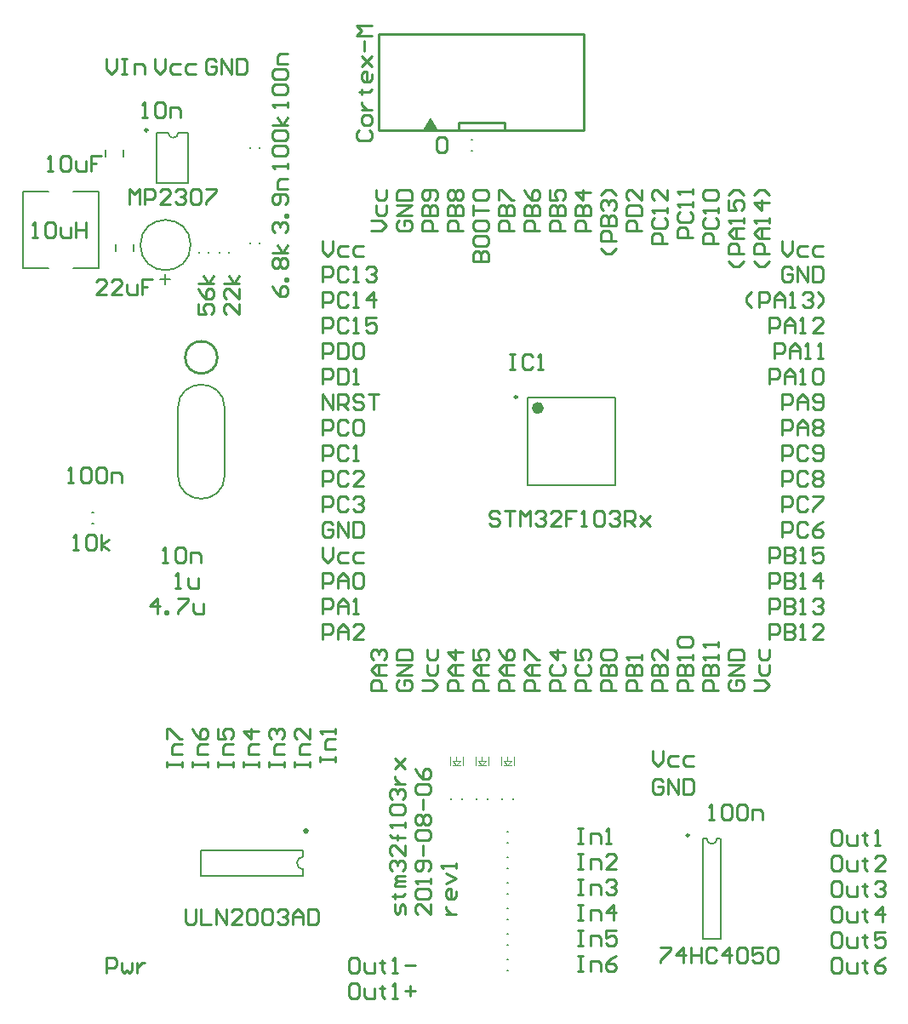
<source format=gto>
G04 Layer_Color=15132400*
%FSLAX25Y25*%
%MOIN*%
G70*
G01*
G75*
%ADD23C,0.01000*%
%ADD38C,0.00787*%
%ADD39C,0.00984*%
%ADD40C,0.00780*%
%ADD41C,0.02362*%
%ADD42C,0.00394*%
%ADD43C,0.00591*%
G36*
X213000Y387000D02*
X207000D01*
X210000Y392000D01*
X213000Y387000D01*
D02*
G37*
D23*
X126299Y298000D02*
G03*
X126299Y298000I-6299J0D01*
G01*
X239000Y387000D02*
Y390000D01*
X221000D02*
X239000D01*
X221000Y387000D02*
Y390000D01*
X189500Y387000D02*
X227500D01*
X189500D02*
Y424500D01*
X270000D01*
Y387000D02*
Y424500D01*
X221000Y387000D02*
X270000D01*
X161000Y112000D02*
Y113000D01*
X212200Y383398D02*
X213200Y384398D01*
X215199D01*
X216199Y383398D01*
Y379400D01*
X215199Y378400D01*
X213200D01*
X212200Y379400D01*
Y383398D01*
X206502Y167500D02*
X210501D01*
X212500Y169499D01*
X210501Y171499D01*
X206502D01*
X208501Y177497D02*
Y174498D01*
X209501Y173498D01*
X211500D01*
X212500Y174498D01*
Y177497D01*
X208501Y183495D02*
Y180496D01*
X209501Y179496D01*
X211500D01*
X212500Y180496D01*
Y183495D01*
X197502Y171499D02*
X196502Y170499D01*
Y168500D01*
X197502Y167500D01*
X201500D01*
X202500Y168500D01*
Y170499D01*
X201500Y171499D01*
X199501D01*
Y169499D01*
X202500Y173498D02*
X196502D01*
X202500Y177497D01*
X196502D01*
Y179496D02*
X202500D01*
Y182495D01*
X201500Y183495D01*
X197502D01*
X196502Y182495D01*
Y179496D01*
X292500Y347500D02*
X286502D01*
Y350499D01*
X287502Y351499D01*
X289501D01*
X290501Y350499D01*
Y347500D01*
X286502Y353498D02*
X292500D01*
Y356497D01*
X291500Y357497D01*
X287502D01*
X286502Y356497D01*
Y353498D01*
X292500Y363495D02*
Y359496D01*
X288501Y363495D01*
X287502D01*
X286502Y362495D01*
Y360496D01*
X287502Y359496D01*
X302500Y342500D02*
X296502D01*
Y345499D01*
X297502Y346499D01*
X299501D01*
X300501Y345499D01*
Y342500D01*
X297502Y352497D02*
X296502Y351497D01*
Y349498D01*
X297502Y348498D01*
X301500D01*
X302500Y349498D01*
Y351497D01*
X301500Y352497D01*
X302500Y354496D02*
Y356495D01*
Y355496D01*
X296502D01*
X297502Y354496D01*
X302500Y363493D02*
Y359494D01*
X298501Y363493D01*
X297502D01*
X296502Y362493D01*
Y360494D01*
X297502Y359494D01*
X312500Y345000D02*
X306502D01*
Y347999D01*
X307502Y348999D01*
X309501D01*
X310501Y347999D01*
Y345000D01*
X307502Y354997D02*
X306502Y353997D01*
Y351998D01*
X307502Y350998D01*
X311500D01*
X312500Y351998D01*
Y353997D01*
X311500Y354997D01*
X312500Y356996D02*
Y358996D01*
Y357996D01*
X306502D01*
X307502Y356996D01*
X312500Y361995D02*
Y363994D01*
Y362994D01*
X306502D01*
X307502Y361995D01*
X322500Y342500D02*
X316502D01*
Y345499D01*
X317502Y346499D01*
X319501D01*
X320501Y345499D01*
Y342500D01*
X317502Y352497D02*
X316502Y351497D01*
Y349498D01*
X317502Y348498D01*
X321500D01*
X322500Y349498D01*
Y351497D01*
X321500Y352497D01*
X322500Y354496D02*
Y356495D01*
Y355496D01*
X316502D01*
X317502Y354496D01*
Y359494D02*
X316502Y360494D01*
Y362493D01*
X317502Y363493D01*
X321500D01*
X322500Y362493D01*
Y360494D01*
X321500Y359494D01*
X317502D01*
X347500Y257500D02*
Y263498D01*
X350499D01*
X351499Y262498D01*
Y260499D01*
X350499Y259499D01*
X347500D01*
X357497Y262498D02*
X356497Y263498D01*
X354498D01*
X353498Y262498D01*
Y258500D01*
X354498Y257500D01*
X356497D01*
X357497Y258500D01*
X359496D02*
X360496Y257500D01*
X362495D01*
X363495Y258500D01*
Y262498D01*
X362495Y263498D01*
X360496D01*
X359496Y262498D01*
Y261499D01*
X360496Y260499D01*
X363495D01*
X347500Y247500D02*
Y253498D01*
X350499D01*
X351499Y252498D01*
Y250499D01*
X350499Y249499D01*
X347500D01*
X357497Y252498D02*
X356497Y253498D01*
X354498D01*
X353498Y252498D01*
Y248500D01*
X354498Y247500D01*
X356497D01*
X357497Y248500D01*
X359496Y252498D02*
X360496Y253498D01*
X362495D01*
X363495Y252498D01*
Y251499D01*
X362495Y250499D01*
X363495Y249499D01*
Y248500D01*
X362495Y247500D01*
X360496D01*
X359496Y248500D01*
Y249499D01*
X360496Y250499D01*
X359496Y251499D01*
Y252498D01*
X360496Y250499D02*
X362495D01*
X347500Y237500D02*
Y243498D01*
X350499D01*
X351499Y242498D01*
Y240499D01*
X350499Y239499D01*
X347500D01*
X357497Y242498D02*
X356497Y243498D01*
X354498D01*
X353498Y242498D01*
Y238500D01*
X354498Y237500D01*
X356497D01*
X357497Y238500D01*
X359496Y243498D02*
X363495D01*
Y242498D01*
X359496Y238500D01*
Y237500D01*
X347500Y227500D02*
Y233498D01*
X350499D01*
X351499Y232498D01*
Y230499D01*
X350499Y229499D01*
X347500D01*
X357497Y232498D02*
X356497Y233498D01*
X354498D01*
X353498Y232498D01*
Y228500D01*
X354498Y227500D01*
X356497D01*
X357497Y228500D01*
X363495Y233498D02*
X361495Y232498D01*
X359496Y230499D01*
Y228500D01*
X360496Y227500D01*
X362495D01*
X363495Y228500D01*
Y229499D01*
X362495Y230499D01*
X359496D01*
X272500Y167500D02*
X266502D01*
Y170499D01*
X267502Y171499D01*
X269501D01*
X270501Y170499D01*
Y167500D01*
X267502Y177497D02*
X266502Y176497D01*
Y174498D01*
X267502Y173498D01*
X271500D01*
X272500Y174498D01*
Y176497D01*
X271500Y177497D01*
X266502Y183495D02*
Y179496D01*
X269501D01*
X268501Y181495D01*
Y182495D01*
X269501Y183495D01*
X271500D01*
X272500Y182495D01*
Y180496D01*
X271500Y179496D01*
X262500Y167500D02*
X256502D01*
Y170499D01*
X257502Y171499D01*
X259501D01*
X260501Y170499D01*
Y167500D01*
X257502Y177497D02*
X256502Y176497D01*
Y174498D01*
X257502Y173498D01*
X261500D01*
X262500Y174498D01*
Y176497D01*
X261500Y177497D01*
X262500Y182495D02*
X256502D01*
X259501Y179496D01*
Y183495D01*
X167500Y237500D02*
Y243498D01*
X170499D01*
X171499Y242498D01*
Y240499D01*
X170499Y239499D01*
X167500D01*
X177497Y242498D02*
X176497Y243498D01*
X174498D01*
X173498Y242498D01*
Y238500D01*
X174498Y237500D01*
X176497D01*
X177497Y238500D01*
X179496Y242498D02*
X180496Y243498D01*
X182495D01*
X183495Y242498D01*
Y241499D01*
X182495Y240499D01*
X181495D01*
X182495D01*
X183495Y239499D01*
Y238500D01*
X182495Y237500D01*
X180496D01*
X179496Y238500D01*
X167500Y247500D02*
Y253498D01*
X170499D01*
X171499Y252498D01*
Y250499D01*
X170499Y249499D01*
X167500D01*
X177497Y252498D02*
X176497Y253498D01*
X174498D01*
X173498Y252498D01*
Y248500D01*
X174498Y247500D01*
X176497D01*
X177497Y248500D01*
X183495Y247500D02*
X179496D01*
X183495Y251499D01*
Y252498D01*
X182495Y253498D01*
X180496D01*
X179496Y252498D01*
X167500Y257500D02*
Y263498D01*
X170499D01*
X171499Y262498D01*
Y260499D01*
X170499Y259499D01*
X167500D01*
X177497Y262498D02*
X176497Y263498D01*
X174498D01*
X173498Y262498D01*
Y258500D01*
X174498Y257500D01*
X176497D01*
X177497Y258500D01*
X179496Y257500D02*
X181495D01*
X180496D01*
Y263498D01*
X179496Y262498D01*
X167500Y267500D02*
Y273498D01*
X170499D01*
X171499Y272498D01*
Y270499D01*
X170499Y269499D01*
X167500D01*
X177497Y272498D02*
X176497Y273498D01*
X174498D01*
X173498Y272498D01*
Y268500D01*
X174498Y267500D01*
X176497D01*
X177497Y268500D01*
X179496Y272498D02*
X180496Y273498D01*
X182495D01*
X183495Y272498D01*
Y268500D01*
X182495Y267500D01*
X180496D01*
X179496Y268500D01*
Y272498D01*
X236999Y236998D02*
X235999Y237998D01*
X234000D01*
X233000Y236998D01*
Y235999D01*
X234000Y234999D01*
X235999D01*
X236999Y233999D01*
Y233000D01*
X235999Y232000D01*
X234000D01*
X233000Y233000D01*
X238998Y237998D02*
X242997D01*
X240997D01*
Y232000D01*
X244996D02*
Y237998D01*
X246995Y235999D01*
X248995Y237998D01*
Y232000D01*
X250994Y236998D02*
X251994Y237998D01*
X253993D01*
X254993Y236998D01*
Y235999D01*
X253993Y234999D01*
X252993D01*
X253993D01*
X254993Y233999D01*
Y233000D01*
X253993Y232000D01*
X251994D01*
X250994Y233000D01*
X260991Y232000D02*
X256992D01*
X260991Y235999D01*
Y236998D01*
X259991Y237998D01*
X257992D01*
X256992Y236998D01*
X266989Y237998D02*
X262990D01*
Y234999D01*
X264990D01*
X262990D01*
Y232000D01*
X268988D02*
X270988D01*
X269988D01*
Y237998D01*
X268988Y236998D01*
X273987D02*
X274986Y237998D01*
X276986D01*
X277985Y236998D01*
Y233000D01*
X276986Y232000D01*
X274986D01*
X273987Y233000D01*
Y236998D01*
X279985D02*
X280984Y237998D01*
X282984D01*
X283983Y236998D01*
Y235999D01*
X282984Y234999D01*
X281984D01*
X282984D01*
X283983Y233999D01*
Y233000D01*
X282984Y232000D01*
X280984D01*
X279985Y233000D01*
X285983Y232000D02*
Y237998D01*
X288982D01*
X289982Y236998D01*
Y234999D01*
X288982Y233999D01*
X285983D01*
X287982D02*
X289982Y232000D01*
X291981Y235999D02*
X295980Y232000D01*
X293980Y233999D01*
X295980Y235999D01*
X291981Y232000D01*
X240700Y299298D02*
X242699D01*
X241700D01*
Y293300D01*
X240700D01*
X242699D01*
X249697Y298298D02*
X248697Y299298D01*
X246698D01*
X245698Y298298D01*
Y294300D01*
X246698Y293300D01*
X248697D01*
X249697Y294300D01*
X251696Y293300D02*
X253696D01*
X252696D01*
Y299298D01*
X251696Y298298D01*
X135000Y318999D02*
Y315000D01*
X131001Y318999D01*
X130002D01*
X129002Y317999D01*
Y316000D01*
X130002Y315000D01*
X135000Y324997D02*
Y320998D01*
X131001Y324997D01*
X130002D01*
X129002Y323997D01*
Y321998D01*
X130002Y320998D01*
X135000Y326996D02*
X129002D01*
X133001D02*
X131001Y329995D01*
X133001Y326996D02*
X135000Y329995D01*
X83000Y57000D02*
Y62998D01*
X85999D01*
X86999Y61998D01*
Y59999D01*
X85999Y58999D01*
X83000D01*
X88998Y60999D02*
Y58000D01*
X89998Y57000D01*
X90997Y58000D01*
X91997Y57000D01*
X92997Y58000D01*
Y60999D01*
X94996D02*
Y57000D01*
Y58999D01*
X95996Y59999D01*
X96996Y60999D01*
X97995D01*
X106502Y137500D02*
Y139499D01*
Y138500D01*
X112500D01*
Y137500D01*
Y139499D01*
Y142498D02*
X108501D01*
Y145497D01*
X109501Y146497D01*
X112500D01*
X106502Y148496D02*
Y152495D01*
X107502D01*
X111500Y148496D01*
X112500D01*
X116502Y137500D02*
Y139499D01*
Y138500D01*
X122500D01*
Y137500D01*
Y139499D01*
Y142498D02*
X118501D01*
Y145497D01*
X119501Y146497D01*
X122500D01*
X116502Y152495D02*
X117502Y150496D01*
X119501Y148496D01*
X121500D01*
X122500Y149496D01*
Y151496D01*
X121500Y152495D01*
X120501D01*
X119501Y151496D01*
Y148496D01*
X126502Y137500D02*
Y139499D01*
Y138500D01*
X132500D01*
Y137500D01*
Y139499D01*
Y142498D02*
X128501D01*
Y145497D01*
X129501Y146497D01*
X132500D01*
X126502Y152495D02*
Y148496D01*
X129501D01*
X128501Y150496D01*
Y151496D01*
X129501Y152495D01*
X131500D01*
X132500Y151496D01*
Y149496D01*
X131500Y148496D01*
X136502Y137500D02*
Y139499D01*
Y138500D01*
X142500D01*
Y137500D01*
Y139499D01*
Y142498D02*
X138501D01*
Y145497D01*
X139501Y146497D01*
X142500D01*
Y151496D02*
X136502D01*
X139501Y148496D01*
Y152495D01*
X146502Y137500D02*
Y139499D01*
Y138500D01*
X152500D01*
Y137500D01*
Y139499D01*
Y142498D02*
X148501D01*
Y145497D01*
X149501Y146497D01*
X152500D01*
X147502Y148496D02*
X146502Y149496D01*
Y151496D01*
X147502Y152495D01*
X148501D01*
X149501Y151496D01*
Y150496D01*
Y151496D01*
X150501Y152495D01*
X151500D01*
X152500Y151496D01*
Y149496D01*
X151500Y148496D01*
X156502Y137500D02*
Y139499D01*
Y138500D01*
X162500D01*
Y137500D01*
Y139499D01*
Y142498D02*
X158501D01*
Y145497D01*
X159501Y146497D01*
X162500D01*
Y152495D02*
Y148496D01*
X158501Y152495D01*
X157502D01*
X156502Y151496D01*
Y149496D01*
X157502Y148496D01*
X180999Y52998D02*
X179000D01*
X178000Y51998D01*
Y48000D01*
X179000Y47000D01*
X180999D01*
X181999Y48000D01*
Y51998D01*
X180999Y52998D01*
X183998Y50999D02*
Y48000D01*
X184998Y47000D01*
X187997D01*
Y50999D01*
X190996Y51998D02*
Y50999D01*
X189996D01*
X191996D01*
X190996D01*
Y48000D01*
X191996Y47000D01*
X194994D02*
X196994D01*
X195994D01*
Y52998D01*
X194994Y51998D01*
X199993Y49999D02*
X203992D01*
X201992Y51998D02*
Y48000D01*
X180999Y62998D02*
X179000D01*
X178000Y61998D01*
Y58000D01*
X179000Y57000D01*
X180999D01*
X181999Y58000D01*
Y61998D01*
X180999Y62998D01*
X183998Y60999D02*
Y58000D01*
X184998Y57000D01*
X187997D01*
Y60999D01*
X190996Y61998D02*
Y60999D01*
X189996D01*
X191996D01*
X190996D01*
Y58000D01*
X191996Y57000D01*
X194994D02*
X196994D01*
X195994D01*
Y62998D01*
X194994Y61998D01*
X199993Y59999D02*
X203992D01*
X166502Y139499D02*
Y141499D01*
Y140499D01*
X172500D01*
Y139499D01*
Y141499D01*
Y144498D02*
X168501D01*
Y147497D01*
X169501Y148496D01*
X172500D01*
Y150496D02*
Y152495D01*
Y151496D01*
X166502D01*
X167502Y150496D01*
X267500Y63498D02*
X269499D01*
X268500D01*
Y57500D01*
X267500D01*
X269499D01*
X272498D02*
Y61499D01*
X275497D01*
X276497Y60499D01*
Y57500D01*
X282495Y63498D02*
X280496Y62498D01*
X278496Y60499D01*
Y58500D01*
X279496Y57500D01*
X281495D01*
X282495Y58500D01*
Y59499D01*
X281495Y60499D01*
X278496D01*
X369999Y62998D02*
X368000D01*
X367000Y61998D01*
Y58000D01*
X368000Y57000D01*
X369999D01*
X370999Y58000D01*
Y61998D01*
X369999Y62998D01*
X372998Y60999D02*
Y58000D01*
X373998Y57000D01*
X376997D01*
Y60999D01*
X379996Y61998D02*
Y60999D01*
X378996D01*
X380995D01*
X379996D01*
Y58000D01*
X380995Y57000D01*
X387993Y62998D02*
X385994Y61998D01*
X383995Y59999D01*
Y58000D01*
X384994Y57000D01*
X386994D01*
X387993Y58000D01*
Y58999D01*
X386994Y59999D01*
X383995D01*
X267500Y73498D02*
X269499D01*
X268500D01*
Y67500D01*
X267500D01*
X269499D01*
X272498D02*
Y71499D01*
X275497D01*
X276497Y70499D01*
Y67500D01*
X282495Y73498D02*
X278496D01*
Y70499D01*
X280496Y71499D01*
X281495D01*
X282495Y70499D01*
Y68500D01*
X281495Y67500D01*
X279496D01*
X278496Y68500D01*
X369999Y72998D02*
X368000D01*
X367000Y71998D01*
Y68000D01*
X368000Y67000D01*
X369999D01*
X370999Y68000D01*
Y71998D01*
X369999Y72998D01*
X372998Y70999D02*
Y68000D01*
X373998Y67000D01*
X376997D01*
Y70999D01*
X379996Y71998D02*
Y70999D01*
X378996D01*
X380995D01*
X379996D01*
Y68000D01*
X380995Y67000D01*
X387993Y72998D02*
X383995D01*
Y69999D01*
X385994Y70999D01*
X386994D01*
X387993Y69999D01*
Y68000D01*
X386994Y67000D01*
X384994D01*
X383995Y68000D01*
X267500Y83498D02*
X269499D01*
X268500D01*
Y77500D01*
X267500D01*
X269499D01*
X272498D02*
Y81499D01*
X275497D01*
X276497Y80499D01*
Y77500D01*
X281495D02*
Y83498D01*
X278496Y80499D01*
X282495D01*
X369999Y82998D02*
X368000D01*
X367000Y81998D01*
Y78000D01*
X368000Y77000D01*
X369999D01*
X370999Y78000D01*
Y81998D01*
X369999Y82998D01*
X372998Y80999D02*
Y78000D01*
X373998Y77000D01*
X376997D01*
Y80999D01*
X379996Y81998D02*
Y80999D01*
X378996D01*
X380995D01*
X379996D01*
Y78000D01*
X380995Y77000D01*
X386994D02*
Y82998D01*
X383995Y79999D01*
X387993D01*
X267500Y93498D02*
X269499D01*
X268500D01*
Y87500D01*
X267500D01*
X269499D01*
X272498D02*
Y91499D01*
X275497D01*
X276497Y90499D01*
Y87500D01*
X278496Y92498D02*
X279496Y93498D01*
X281495D01*
X282495Y92498D01*
Y91499D01*
X281495Y90499D01*
X280496D01*
X281495D01*
X282495Y89499D01*
Y88500D01*
X281495Y87500D01*
X279496D01*
X278496Y88500D01*
X369999Y92998D02*
X368000D01*
X367000Y91998D01*
Y88000D01*
X368000Y87000D01*
X369999D01*
X370999Y88000D01*
Y91998D01*
X369999Y92998D01*
X372998Y90999D02*
Y88000D01*
X373998Y87000D01*
X376997D01*
Y90999D01*
X379996Y91998D02*
Y90999D01*
X378996D01*
X380995D01*
X379996D01*
Y88000D01*
X380995Y87000D01*
X383995Y91998D02*
X384994Y92998D01*
X386994D01*
X387993Y91998D01*
Y90999D01*
X386994Y89999D01*
X385994D01*
X386994D01*
X387993Y88999D01*
Y88000D01*
X386994Y87000D01*
X384994D01*
X383995Y88000D01*
X267500Y103498D02*
X269499D01*
X268500D01*
Y97500D01*
X267500D01*
X269499D01*
X272498D02*
Y101499D01*
X275497D01*
X276497Y100499D01*
Y97500D01*
X282495D02*
X278496D01*
X282495Y101499D01*
Y102498D01*
X281495Y103498D01*
X279496D01*
X278496Y102498D01*
X369999Y102998D02*
X368000D01*
X367000Y101998D01*
Y98000D01*
X368000Y97000D01*
X369999D01*
X370999Y98000D01*
Y101998D01*
X369999Y102998D01*
X372998Y100999D02*
Y98000D01*
X373998Y97000D01*
X376997D01*
Y100999D01*
X379996Y101998D02*
Y100999D01*
X378996D01*
X380995D01*
X379996D01*
Y98000D01*
X380995Y97000D01*
X387993D02*
X383995D01*
X387993Y100999D01*
Y101998D01*
X386994Y102998D01*
X384994D01*
X383995Y101998D01*
X267500Y113498D02*
X269499D01*
X268500D01*
Y107500D01*
X267500D01*
X269499D01*
X272498D02*
Y111499D01*
X275497D01*
X276497Y110499D01*
Y107500D01*
X278496D02*
X280496D01*
X279496D01*
Y113498D01*
X278496Y112498D01*
X369999Y112998D02*
X368000D01*
X367000Y111998D01*
Y108000D01*
X368000Y107000D01*
X369999D01*
X370999Y108000D01*
Y111998D01*
X369999Y112998D01*
X372998Y110999D02*
Y108000D01*
X373998Y107000D01*
X376997D01*
Y110999D01*
X379996Y111998D02*
Y110999D01*
X378996D01*
X380995D01*
X379996D01*
Y108000D01*
X380995Y107000D01*
X383995D02*
X385994D01*
X384994D01*
Y112998D01*
X383995Y111998D01*
X300000Y66998D02*
X303999D01*
Y65998D01*
X300000Y62000D01*
Y61000D01*
X308997D02*
Y66998D01*
X305998Y63999D01*
X309997D01*
X311996Y66998D02*
Y61000D01*
Y63999D01*
X315995D01*
Y66998D01*
Y61000D01*
X321993Y65998D02*
X320993Y66998D01*
X318994D01*
X317994Y65998D01*
Y62000D01*
X318994Y61000D01*
X320993D01*
X321993Y62000D01*
X326991Y61000D02*
Y66998D01*
X323992Y63999D01*
X327991D01*
X329990Y65998D02*
X330990Y66998D01*
X332989D01*
X333989Y65998D01*
Y62000D01*
X332989Y61000D01*
X330990D01*
X329990Y62000D01*
Y65998D01*
X339987Y66998D02*
X335988D01*
Y63999D01*
X337988Y64999D01*
X338987D01*
X339987Y63999D01*
Y62000D01*
X338987Y61000D01*
X336988D01*
X335988Y62000D01*
X341986Y65998D02*
X342986Y66998D01*
X344985D01*
X345985Y65998D01*
Y62000D01*
X344985Y61000D01*
X342986D01*
X341986Y62000D01*
Y65998D01*
X319000Y117000D02*
X320999D01*
X320000D01*
Y122998D01*
X319000Y121998D01*
X323998D02*
X324998Y122998D01*
X326997D01*
X327997Y121998D01*
Y118000D01*
X326997Y117000D01*
X324998D01*
X323998Y118000D01*
Y121998D01*
X329996D02*
X330996Y122998D01*
X332996D01*
X333995Y121998D01*
Y118000D01*
X332996Y117000D01*
X330996D01*
X329996Y118000D01*
Y121998D01*
X335995Y117000D02*
Y120999D01*
X338994D01*
X339993Y119999D01*
Y117000D01*
X342500Y217500D02*
Y223498D01*
X345499D01*
X346499Y222498D01*
Y220499D01*
X345499Y219499D01*
X342500D01*
X348498Y223498D02*
Y217500D01*
X351497D01*
X352497Y218500D01*
Y219499D01*
X351497Y220499D01*
X348498D01*
X351497D01*
X352497Y221499D01*
Y222498D01*
X351497Y223498D01*
X348498D01*
X354496Y217500D02*
X356495D01*
X355496D01*
Y223498D01*
X354496Y222498D01*
X363493Y223498D02*
X359494D01*
Y220499D01*
X361494Y221499D01*
X362493D01*
X363493Y220499D01*
Y218500D01*
X362493Y217500D01*
X360494D01*
X359494Y218500D01*
X167500Y297500D02*
Y303498D01*
X170499D01*
X171499Y302498D01*
Y300499D01*
X170499Y299499D01*
X167500D01*
X173498Y303498D02*
Y297500D01*
X176497D01*
X177497Y298500D01*
Y302498D01*
X176497Y303498D01*
X173498D01*
X179496Y302498D02*
X180496Y303498D01*
X182495D01*
X183495Y302498D01*
Y298500D01*
X182495Y297500D01*
X180496D01*
X179496Y298500D01*
Y302498D01*
X167500Y307500D02*
Y313498D01*
X170499D01*
X171499Y312498D01*
Y310499D01*
X170499Y309499D01*
X167500D01*
X177497Y312498D02*
X176497Y313498D01*
X174498D01*
X173498Y312498D01*
Y308500D01*
X174498Y307500D01*
X176497D01*
X177497Y308500D01*
X179496Y307500D02*
X181495D01*
X180496D01*
Y313498D01*
X179496Y312498D01*
X188493Y313498D02*
X184494D01*
Y310499D01*
X186494Y311499D01*
X187494D01*
X188493Y310499D01*
Y308500D01*
X187494Y307500D01*
X185494D01*
X184494Y308500D01*
X242500Y167500D02*
X236502D01*
Y170499D01*
X237502Y171499D01*
X239501D01*
X240501Y170499D01*
Y167500D01*
X242500Y173498D02*
X238501D01*
X236502Y175497D01*
X238501Y177497D01*
X242500D01*
X239501D01*
Y173498D01*
X236502Y183495D02*
X237502Y181495D01*
X239501Y179496D01*
X241500D01*
X242500Y180496D01*
Y182495D01*
X241500Y183495D01*
X240501D01*
X239501Y182495D01*
Y179496D01*
X222500Y167500D02*
X216502D01*
Y170499D01*
X217502Y171499D01*
X219501D01*
X220501Y170499D01*
Y167500D01*
X222500Y173498D02*
X218501D01*
X216502Y175497D01*
X218501Y177497D01*
X222500D01*
X219501D01*
Y173498D01*
X222500Y182495D02*
X216502D01*
X219501Y179496D01*
Y183495D01*
X192500Y167500D02*
X186502D01*
Y170499D01*
X187502Y171499D01*
X189501D01*
X190501Y170499D01*
Y167500D01*
X192500Y173498D02*
X188501D01*
X186502Y175497D01*
X188501Y177497D01*
X192500D01*
X189501D01*
Y173498D01*
X187502Y179496D02*
X186502Y180496D01*
Y182495D01*
X187502Y183495D01*
X188501D01*
X189501Y182495D01*
Y181495D01*
Y182495D01*
X190501Y183495D01*
X191500D01*
X192500Y182495D01*
Y180496D01*
X191500Y179496D01*
X167500Y187500D02*
Y193498D01*
X170499D01*
X171499Y192498D01*
Y190499D01*
X170499Y189499D01*
X167500D01*
X173498Y187500D02*
Y191499D01*
X175497Y193498D01*
X177497Y191499D01*
Y187500D01*
Y190499D01*
X173498D01*
X183495Y187500D02*
X179496D01*
X183495Y191499D01*
Y192498D01*
X182495Y193498D01*
X180496D01*
X179496Y192498D01*
X167500Y197500D02*
Y203498D01*
X170499D01*
X171499Y202498D01*
Y200499D01*
X170499Y199499D01*
X167500D01*
X173498Y197500D02*
Y201499D01*
X175497Y203498D01*
X177497Y201499D01*
Y197500D01*
Y200499D01*
X173498D01*
X179496Y197500D02*
X181495D01*
X180496D01*
Y203498D01*
X179496Y202498D01*
X336502Y167500D02*
X340501D01*
X342500Y169499D01*
X340501Y171499D01*
X336502D01*
X338501Y177497D02*
Y174498D01*
X339501Y173498D01*
X341500D01*
X342500Y174498D01*
Y177497D01*
X338501Y183495D02*
Y180496D01*
X339501Y179496D01*
X341500D01*
X342500Y180496D01*
Y183495D01*
X197502Y351499D02*
X196502Y350499D01*
Y348500D01*
X197502Y347500D01*
X201500D01*
X202500Y348500D01*
Y350499D01*
X201500Y351499D01*
X199501D01*
Y349499D01*
X202500Y353498D02*
X196502D01*
X202500Y357497D01*
X196502D01*
Y359496D02*
X202500D01*
Y362495D01*
X201500Y363495D01*
X197502D01*
X196502Y362495D01*
Y359496D01*
X167500Y327500D02*
Y333498D01*
X170499D01*
X171499Y332498D01*
Y330499D01*
X170499Y329499D01*
X167500D01*
X177497Y332498D02*
X176497Y333498D01*
X174498D01*
X173498Y332498D01*
Y328500D01*
X174498Y327500D01*
X176497D01*
X177497Y328500D01*
X179496Y327500D02*
X181495D01*
X180496D01*
Y333498D01*
X179496Y332498D01*
X184494D02*
X185494Y333498D01*
X187494D01*
X188493Y332498D01*
Y331499D01*
X187494Y330499D01*
X186494D01*
X187494D01*
X188493Y329499D01*
Y328500D01*
X187494Y327500D01*
X185494D01*
X184494Y328500D01*
X167500Y287500D02*
Y293498D01*
X170499D01*
X171499Y292498D01*
Y290499D01*
X170499Y289499D01*
X167500D01*
X173498Y293498D02*
Y287500D01*
X176497D01*
X177497Y288500D01*
Y292498D01*
X176497Y293498D01*
X173498D01*
X179496Y287500D02*
X181495D01*
X180496D01*
Y293498D01*
X179496Y292498D01*
X167500Y317500D02*
Y323498D01*
X170499D01*
X171499Y322498D01*
Y320499D01*
X170499Y319499D01*
X167500D01*
X177497Y322498D02*
X176497Y323498D01*
X174498D01*
X173498Y322498D01*
Y318500D01*
X174498Y317500D01*
X176497D01*
X177497Y318500D01*
X179496Y317500D02*
X181495D01*
X180496D01*
Y323498D01*
X179496Y322498D01*
X187494Y317500D02*
Y323498D01*
X184494Y320499D01*
X188493D01*
X342500Y207500D02*
Y213498D01*
X345499D01*
X346499Y212498D01*
Y210499D01*
X345499Y209499D01*
X342500D01*
X348498Y213498D02*
Y207500D01*
X351497D01*
X352497Y208500D01*
Y209499D01*
X351497Y210499D01*
X348498D01*
X351497D01*
X352497Y211499D01*
Y212498D01*
X351497Y213498D01*
X348498D01*
X354496Y207500D02*
X356495D01*
X355496D01*
Y213498D01*
X354496Y212498D01*
X362493Y207500D02*
Y213498D01*
X359494Y210499D01*
X363493D01*
X342500Y197500D02*
Y203498D01*
X345499D01*
X346499Y202498D01*
Y200499D01*
X345499Y199499D01*
X342500D01*
X348498Y203498D02*
Y197500D01*
X351497D01*
X352497Y198500D01*
Y199499D01*
X351497Y200499D01*
X348498D01*
X351497D01*
X352497Y201499D01*
Y202498D01*
X351497Y203498D01*
X348498D01*
X354496Y197500D02*
X356495D01*
X355496D01*
Y203498D01*
X354496Y202498D01*
X359494D02*
X360494Y203498D01*
X362493D01*
X363493Y202498D01*
Y201499D01*
X362493Y200499D01*
X361494D01*
X362493D01*
X363493Y199499D01*
Y198500D01*
X362493Y197500D01*
X360494D01*
X359494Y198500D01*
X342500Y187500D02*
Y193498D01*
X345499D01*
X346499Y192498D01*
Y190499D01*
X345499Y189499D01*
X342500D01*
X348498Y193498D02*
Y187500D01*
X351497D01*
X352497Y188500D01*
Y189499D01*
X351497Y190499D01*
X348498D01*
X351497D01*
X352497Y191499D01*
Y192498D01*
X351497Y193498D01*
X348498D01*
X354496Y187500D02*
X356495D01*
X355496D01*
Y193498D01*
X354496Y192498D01*
X363493Y187500D02*
X359494D01*
X363493Y191499D01*
Y192498D01*
X362493Y193498D01*
X360494D01*
X359494Y192498D01*
X322500Y167500D02*
X316502D01*
Y170499D01*
X317502Y171499D01*
X319501D01*
X320501Y170499D01*
Y167500D01*
X316502Y173498D02*
X322500D01*
Y176497D01*
X321500Y177497D01*
X320501D01*
X319501Y176497D01*
Y173498D01*
Y176497D01*
X318501Y177497D01*
X317502D01*
X316502Y176497D01*
Y173498D01*
X322500Y179496D02*
Y181495D01*
Y180496D01*
X316502D01*
X317502Y179496D01*
X322500Y184494D02*
Y186494D01*
Y185494D01*
X316502D01*
X317502Y184494D01*
X312500Y167500D02*
X306502D01*
Y170499D01*
X307502Y171499D01*
X309501D01*
X310501Y170499D01*
Y167500D01*
X306502Y173498D02*
X312500D01*
Y176497D01*
X311500Y177497D01*
X310501D01*
X309501Y176497D01*
Y173498D01*
Y176497D01*
X308501Y177497D01*
X307502D01*
X306502Y176497D01*
Y173498D01*
X312500Y179496D02*
Y181495D01*
Y180496D01*
X306502D01*
X307502Y179496D01*
Y184494D02*
X306502Y185494D01*
Y187494D01*
X307502Y188493D01*
X311500D01*
X312500Y187494D01*
Y185494D01*
X311500Y184494D01*
X307502D01*
X212500Y347500D02*
X206502D01*
Y350499D01*
X207502Y351499D01*
X209501D01*
X210501Y350499D01*
Y347500D01*
X206502Y353498D02*
X212500D01*
Y356497D01*
X211500Y357497D01*
X210501D01*
X209501Y356497D01*
Y353498D01*
Y356497D01*
X208501Y357497D01*
X207502D01*
X206502Y356497D01*
Y353498D01*
X211500Y359496D02*
X212500Y360496D01*
Y362495D01*
X211500Y363495D01*
X207502D01*
X206502Y362495D01*
Y360496D01*
X207502Y359496D01*
X208501D01*
X209501Y360496D01*
Y363495D01*
X222500Y347500D02*
X216502D01*
Y350499D01*
X217502Y351499D01*
X219501D01*
X220501Y350499D01*
Y347500D01*
X216502Y353498D02*
X222500D01*
Y356497D01*
X221500Y357497D01*
X220501D01*
X219501Y356497D01*
Y353498D01*
Y356497D01*
X218501Y357497D01*
X217502D01*
X216502Y356497D01*
Y353498D01*
X217502Y359496D02*
X216502Y360496D01*
Y362495D01*
X217502Y363495D01*
X218501D01*
X219501Y362495D01*
X220501Y363495D01*
X221500D01*
X222500Y362495D01*
Y360496D01*
X221500Y359496D01*
X220501D01*
X219501Y360496D01*
X218501Y359496D01*
X217502D01*
X219501Y360496D02*
Y362495D01*
X242500Y347500D02*
X236502D01*
Y350499D01*
X237502Y351499D01*
X239501D01*
X240501Y350499D01*
Y347500D01*
X236502Y353498D02*
X242500D01*
Y356497D01*
X241500Y357497D01*
X240501D01*
X239501Y356497D01*
Y353498D01*
Y356497D01*
X238501Y357497D01*
X237502D01*
X236502Y356497D01*
Y353498D01*
Y359496D02*
Y363495D01*
X237502D01*
X241500Y359496D01*
X242500D01*
X252500Y347500D02*
X246502D01*
Y350499D01*
X247502Y351499D01*
X249501D01*
X250501Y350499D01*
Y347500D01*
X246502Y353498D02*
X252500D01*
Y356497D01*
X251500Y357497D01*
X250501D01*
X249501Y356497D01*
Y353498D01*
Y356497D01*
X248501Y357497D01*
X247502D01*
X246502Y356497D01*
Y353498D01*
Y363495D02*
X247502Y361495D01*
X249501Y359496D01*
X251500D01*
X252500Y360496D01*
Y362495D01*
X251500Y363495D01*
X250501D01*
X249501Y362495D01*
Y359496D01*
X262500Y347500D02*
X256502D01*
Y350499D01*
X257502Y351499D01*
X259501D01*
X260501Y350499D01*
Y347500D01*
X256502Y353498D02*
X262500D01*
Y356497D01*
X261500Y357497D01*
X260501D01*
X259501Y356497D01*
Y353498D01*
Y356497D01*
X258501Y357497D01*
X257502D01*
X256502Y356497D01*
Y353498D01*
Y363495D02*
Y359496D01*
X259501D01*
X258501Y361495D01*
Y362495D01*
X259501Y363495D01*
X261500D01*
X262500Y362495D01*
Y360496D01*
X261500Y359496D01*
X272500Y347500D02*
X266502D01*
Y350499D01*
X267502Y351499D01*
X269501D01*
X270501Y350499D01*
Y347500D01*
X266502Y353498D02*
X272500D01*
Y356497D01*
X271500Y357497D01*
X270501D01*
X269501Y356497D01*
Y353498D01*
Y356497D01*
X268501Y357497D01*
X267502D01*
X266502Y356497D01*
Y353498D01*
X272500Y362495D02*
X266502D01*
X269501Y359496D01*
Y363495D01*
X282500Y340502D02*
X280501Y338503D01*
X278501D01*
X276502Y340502D01*
X282500Y343501D02*
X276502D01*
Y346500D01*
X277502Y347500D01*
X279501D01*
X280501Y346500D01*
Y343501D01*
X276502Y349499D02*
X282500D01*
Y352498D01*
X281500Y353498D01*
X280501D01*
X279501Y352498D01*
Y349499D01*
Y352498D01*
X278501Y353498D01*
X277502D01*
X276502Y352498D01*
Y349499D01*
X277502Y355497D02*
X276502Y356497D01*
Y358496D01*
X277502Y359496D01*
X278501D01*
X279501Y358496D01*
Y357497D01*
Y358496D01*
X280501Y359496D01*
X281500D01*
X282500Y358496D01*
Y356497D01*
X281500Y355497D01*
X282500Y361495D02*
X280501Y363495D01*
X278501D01*
X276502Y361495D01*
X302500Y167500D02*
X296502D01*
Y170499D01*
X297502Y171499D01*
X299501D01*
X300501Y170499D01*
Y167500D01*
X296502Y173498D02*
X302500D01*
Y176497D01*
X301500Y177497D01*
X300501D01*
X299501Y176497D01*
Y173498D01*
Y176497D01*
X298501Y177497D01*
X297502D01*
X296502Y176497D01*
Y173498D01*
X302500Y183495D02*
Y179496D01*
X298501Y183495D01*
X297502D01*
X296502Y182495D01*
Y180496D01*
X297502Y179496D01*
X292500Y167500D02*
X286502D01*
Y170499D01*
X287502Y171499D01*
X289501D01*
X290501Y170499D01*
Y167500D01*
X286502Y173498D02*
X292500D01*
Y176497D01*
X291500Y177497D01*
X290501D01*
X289501Y176497D01*
Y173498D01*
Y176497D01*
X288501Y177497D01*
X287502D01*
X286502Y176497D01*
Y173498D01*
X292500Y179496D02*
Y181495D01*
Y180496D01*
X286502D01*
X287502Y179496D01*
X282500Y167500D02*
X276502D01*
Y170499D01*
X277502Y171499D01*
X279501D01*
X280501Y170499D01*
Y167500D01*
X276502Y173498D02*
X282500D01*
Y176497D01*
X281500Y177497D01*
X280501D01*
X279501Y176497D01*
Y173498D01*
Y176497D01*
X278501Y177497D01*
X277502D01*
X276502Y176497D01*
Y173498D01*
X277502Y179496D02*
X276502Y180496D01*
Y182495D01*
X277502Y183495D01*
X281500D01*
X282500Y182495D01*
Y180496D01*
X281500Y179496D01*
X277502D01*
X332500Y335504D02*
X330501Y333505D01*
X328501D01*
X326502Y335504D01*
X332500Y338503D02*
X326502D01*
Y341502D01*
X327502Y342502D01*
X329501D01*
X330501Y341502D01*
Y338503D01*
X332500Y344501D02*
X328501D01*
X326502Y346500D01*
X328501Y348500D01*
X332500D01*
X329501D01*
Y344501D01*
X332500Y350499D02*
Y352498D01*
Y351499D01*
X326502D01*
X327502Y350499D01*
X326502Y359496D02*
Y355497D01*
X329501D01*
X328501Y357497D01*
Y358496D01*
X329501Y359496D01*
X331500D01*
X332500Y358496D01*
Y356497D01*
X331500Y355497D01*
X332500Y361495D02*
X330501Y363495D01*
X328501D01*
X326502Y361495D01*
X342500Y335504D02*
X340501Y333505D01*
X338501D01*
X336502Y335504D01*
X342500Y338503D02*
X336502D01*
Y341502D01*
X337502Y342502D01*
X339501D01*
X340501Y341502D01*
Y338503D01*
X342500Y344501D02*
X338501D01*
X336502Y346500D01*
X338501Y348500D01*
X342500D01*
X339501D01*
Y344501D01*
X342500Y350499D02*
Y352498D01*
Y351499D01*
X336502D01*
X337502Y350499D01*
X342500Y358496D02*
X336502D01*
X339501Y355497D01*
Y359496D01*
X342500Y361495D02*
X340501Y363495D01*
X338501D01*
X336502Y361495D01*
X335502Y317500D02*
X333503Y319499D01*
Y321499D01*
X335502Y323498D01*
X338501Y317500D02*
Y323498D01*
X341500D01*
X342500Y322498D01*
Y320499D01*
X341500Y319499D01*
X338501D01*
X344499Y317500D02*
Y321499D01*
X346499Y323498D01*
X348498Y321499D01*
Y317500D01*
Y320499D01*
X344499D01*
X350497Y317500D02*
X352497D01*
X351497D01*
Y323498D01*
X350497Y322498D01*
X355496D02*
X356495Y323498D01*
X358495D01*
X359494Y322498D01*
Y321499D01*
X358495Y320499D01*
X357495D01*
X358495D01*
X359494Y319499D01*
Y318500D01*
X358495Y317500D01*
X356495D01*
X355496Y318500D01*
X361494Y317500D02*
X363493Y319499D01*
Y321499D01*
X361494Y323498D01*
X342500Y307500D02*
Y313498D01*
X345499D01*
X346499Y312498D01*
Y310499D01*
X345499Y309499D01*
X342500D01*
X348498Y307500D02*
Y311499D01*
X350497Y313498D01*
X352497Y311499D01*
Y307500D01*
Y310499D01*
X348498D01*
X354496Y307500D02*
X356495D01*
X355496D01*
Y313498D01*
X354496Y312498D01*
X363493Y307500D02*
X359494D01*
X363493Y311499D01*
Y312498D01*
X362493Y313498D01*
X360494D01*
X359494Y312498D01*
X344499Y297500D02*
Y303498D01*
X347498D01*
X348498Y302498D01*
Y300499D01*
X347498Y299499D01*
X344499D01*
X350497Y297500D02*
Y301499D01*
X352497Y303498D01*
X354496Y301499D01*
Y297500D01*
Y300499D01*
X350497D01*
X356495Y297500D02*
X358495D01*
X357495D01*
Y303498D01*
X356495Y302498D01*
X361494Y297500D02*
X363493D01*
X362493D01*
Y303498D01*
X361494Y302498D01*
X342500Y287500D02*
Y293498D01*
X345499D01*
X346499Y292498D01*
Y290499D01*
X345499Y289499D01*
X342500D01*
X348498Y287500D02*
Y291499D01*
X350497Y293498D01*
X352497Y291499D01*
Y287500D01*
Y290499D01*
X348498D01*
X354496Y287500D02*
X356495D01*
X355496D01*
Y293498D01*
X354496Y292498D01*
X359494D02*
X360494Y293498D01*
X362493D01*
X363493Y292498D01*
Y288500D01*
X362493Y287500D01*
X360494D01*
X359494Y288500D01*
Y292498D01*
X347498Y277500D02*
Y283498D01*
X350497D01*
X351497Y282498D01*
Y280499D01*
X350497Y279499D01*
X347498D01*
X353496Y277500D02*
Y281499D01*
X355496Y283498D01*
X357495Y281499D01*
Y277500D01*
Y280499D01*
X353496D01*
X359494Y278500D02*
X360494Y277500D01*
X362493D01*
X363493Y278500D01*
Y282498D01*
X362493Y283498D01*
X360494D01*
X359494Y282498D01*
Y281499D01*
X360494Y280499D01*
X363493D01*
X347498Y267500D02*
Y273498D01*
X350497D01*
X351497Y272498D01*
Y270499D01*
X350497Y269499D01*
X347498D01*
X353496Y267500D02*
Y271499D01*
X355496Y273498D01*
X357495Y271499D01*
Y267500D01*
Y270499D01*
X353496D01*
X359494Y272498D02*
X360494Y273498D01*
X362493D01*
X363493Y272498D01*
Y271499D01*
X362493Y270499D01*
X363493Y269499D01*
Y268500D01*
X362493Y267500D01*
X360494D01*
X359494Y268500D01*
Y269499D01*
X360494Y270499D01*
X359494Y271499D01*
Y272498D01*
X360494Y270499D02*
X362493D01*
X252500Y167500D02*
X246502D01*
Y170499D01*
X247502Y171499D01*
X249501D01*
X250501Y170499D01*
Y167500D01*
X252500Y173498D02*
X248501D01*
X246502Y175497D01*
X248501Y177497D01*
X252500D01*
X249501D01*
Y173498D01*
X246502Y179496D02*
Y183495D01*
X247502D01*
X251500Y179496D01*
X252500D01*
X186486Y347500D02*
X190485D01*
X192484Y349499D01*
X190485Y351499D01*
X186486D01*
X188485Y357497D02*
Y354498D01*
X189485Y353498D01*
X191484D01*
X192484Y354498D01*
Y357497D01*
X188485Y363495D02*
Y360496D01*
X189485Y359496D01*
X191484D01*
X192484Y360496D01*
Y363495D01*
X232500Y167500D02*
X226502D01*
Y170499D01*
X227502Y171499D01*
X229501D01*
X230501Y170499D01*
Y167500D01*
X232500Y173498D02*
X228501D01*
X226502Y175497D01*
X228501Y177497D01*
X232500D01*
X229501D01*
Y173498D01*
X226502Y183495D02*
Y179496D01*
X229501D01*
X228501Y181495D01*
Y182495D01*
X229501Y183495D01*
X231500D01*
X232500Y182495D01*
Y180496D01*
X231500Y179496D01*
X167500Y343498D02*
Y339499D01*
X169499Y337500D01*
X171499Y339499D01*
Y343498D01*
X177497Y341499D02*
X174498D01*
X173498Y340499D01*
Y338500D01*
X174498Y337500D01*
X177497D01*
X183495Y341499D02*
X180496D01*
X179496Y340499D01*
Y338500D01*
X180496Y337500D01*
X183495D01*
X167500Y223498D02*
Y219499D01*
X169499Y217500D01*
X171499Y219499D01*
Y223498D01*
X177497Y221499D02*
X174498D01*
X173498Y220499D01*
Y218500D01*
X174498Y217500D01*
X177497D01*
X183495Y221499D02*
X180496D01*
X179496Y220499D01*
Y218500D01*
X180496Y217500D01*
X183495D01*
X347498Y343498D02*
Y339499D01*
X349498Y337500D01*
X351497Y339499D01*
Y343498D01*
X357495Y341499D02*
X354496D01*
X353496Y340499D01*
Y338500D01*
X354496Y337500D01*
X357495D01*
X363493Y341499D02*
X360494D01*
X359494Y340499D01*
Y338500D01*
X360494Y337500D01*
X363493D01*
X171499Y232498D02*
X170499Y233498D01*
X168500D01*
X167500Y232498D01*
Y228500D01*
X168500Y227500D01*
X170499D01*
X171499Y228500D01*
Y230499D01*
X169499D01*
X173498Y227500D02*
Y233498D01*
X177497Y227500D01*
Y233498D01*
X179496D02*
Y227500D01*
X182495D01*
X183495Y228500D01*
Y232498D01*
X182495Y233498D01*
X179496D01*
X167500Y207500D02*
Y213498D01*
X170499D01*
X171499Y212498D01*
Y210499D01*
X170499Y209499D01*
X167500D01*
X173498Y207500D02*
Y211499D01*
X175497Y213498D01*
X177497Y211499D01*
Y207500D01*
Y210499D01*
X173498D01*
X179496Y212498D02*
X180496Y213498D01*
X182495D01*
X183495Y212498D01*
Y208500D01*
X182495Y207500D01*
X180496D01*
X179496Y208500D01*
Y212498D01*
X351497Y332498D02*
X350497Y333498D01*
X348498D01*
X347498Y332498D01*
Y328500D01*
X348498Y327500D01*
X350497D01*
X351497Y328500D01*
Y330499D01*
X349498D01*
X353496Y327500D02*
Y333498D01*
X357495Y327500D01*
Y333498D01*
X359494D02*
Y327500D01*
X362493D01*
X363493Y328500D01*
Y332498D01*
X362493Y333498D01*
X359494D01*
X327502Y171499D02*
X326502Y170499D01*
Y168500D01*
X327502Y167500D01*
X331500D01*
X332500Y168500D01*
Y170499D01*
X331500Y171499D01*
X329501D01*
Y169499D01*
X332500Y173498D02*
X326502D01*
X332500Y177497D01*
X326502D01*
Y179496D02*
X332500D01*
Y182495D01*
X331500Y183495D01*
X327502D01*
X326502Y182495D01*
Y179496D01*
X68000Y249000D02*
X69999D01*
X69000D01*
Y254998D01*
X68000Y253998D01*
X72998D02*
X73998Y254998D01*
X75997D01*
X76997Y253998D01*
Y250000D01*
X75997Y249000D01*
X73998D01*
X72998Y250000D01*
Y253998D01*
X78996D02*
X79996Y254998D01*
X81995D01*
X82995Y253998D01*
Y250000D01*
X81995Y249000D01*
X79996D01*
X78996Y250000D01*
Y253998D01*
X84995Y249000D02*
Y252999D01*
X87994D01*
X88993Y251999D01*
Y249000D01*
X102999Y197500D02*
Y203498D01*
X100000Y200499D01*
X103999D01*
X105998Y197500D02*
Y198500D01*
X106998D01*
Y197500D01*
X105998D01*
X110996Y203498D02*
X114995D01*
Y202498D01*
X110996Y198500D01*
Y197500D01*
X116995Y201499D02*
Y198500D01*
X117994Y197500D01*
X120993D01*
Y201499D01*
X105000Y217500D02*
X106999D01*
X106000D01*
Y223498D01*
X105000Y222498D01*
X109998D02*
X110998Y223498D01*
X112997D01*
X113997Y222498D01*
Y218500D01*
X112997Y217500D01*
X110998D01*
X109998Y218500D01*
Y222498D01*
X115996Y217500D02*
Y221499D01*
X118995D01*
X119995Y220499D01*
Y217500D01*
X110000Y207500D02*
X111999D01*
X111000D01*
Y213498D01*
X110000Y212498D01*
X114998Y211499D02*
Y208500D01*
X115998Y207500D01*
X118997D01*
Y211499D01*
X182002Y386999D02*
X181002Y385999D01*
Y384000D01*
X182002Y383000D01*
X186000D01*
X187000Y384000D01*
Y385999D01*
X186000Y386999D01*
X187000Y389998D02*
Y391997D01*
X186000Y392997D01*
X184001D01*
X183001Y391997D01*
Y389998D01*
X184001Y388998D01*
X186000D01*
X187000Y389998D01*
X183001Y394996D02*
X187000D01*
X185001D01*
X184001Y395996D01*
X183001Y396995D01*
Y397995D01*
X182002Y401994D02*
X183001D01*
Y400994D01*
Y402993D01*
Y401994D01*
X186000D01*
X187000Y402993D01*
Y408992D02*
Y406992D01*
X186000Y405993D01*
X184001D01*
X183001Y406992D01*
Y408992D01*
X184001Y409991D01*
X185001D01*
Y405993D01*
X183001Y411991D02*
X187000Y415989D01*
X185001Y413990D01*
X183001Y415989D01*
X187000Y411991D01*
X184001Y417989D02*
Y421987D01*
X187000Y423987D02*
X181002D01*
X183001Y425986D01*
X181002Y427985D01*
X187000D01*
X70000Y222500D02*
X71999D01*
X71000D01*
Y228498D01*
X70000Y227498D01*
X74998D02*
X75998Y228498D01*
X77997D01*
X78997Y227498D01*
Y223500D01*
X77997Y222500D01*
X75998D01*
X74998Y223500D01*
Y227498D01*
X80996Y222500D02*
Y228498D01*
Y224499D02*
X83995Y226499D01*
X80996Y224499D02*
X83995Y222500D01*
X167500Y277500D02*
Y283498D01*
X171499Y277500D01*
Y283498D01*
X173498Y277500D02*
Y283498D01*
X176497D01*
X177497Y282498D01*
Y280499D01*
X176497Y279499D01*
X173498D01*
X175497D02*
X177497Y277500D01*
X183495Y282498D02*
X182495Y283498D01*
X180496D01*
X179496Y282498D01*
Y281499D01*
X180496Y280499D01*
X182495D01*
X183495Y279499D01*
Y278500D01*
X182495Y277500D01*
X180496D01*
X179496Y278500D01*
X185494Y283498D02*
X189493D01*
X187494D01*
Y277500D01*
X226502Y335504D02*
X232500D01*
Y338503D01*
X231500Y339503D01*
X230501D01*
X229501Y338503D01*
Y335504D01*
Y338503D01*
X228501Y339503D01*
X227502D01*
X226502Y338503D01*
Y335504D01*
Y344501D02*
Y342502D01*
X227502Y341502D01*
X231500D01*
X232500Y342502D01*
Y344501D01*
X231500Y345501D01*
X227502D01*
X226502Y344501D01*
Y350499D02*
Y348500D01*
X227502Y347500D01*
X231500D01*
X232500Y348500D01*
Y350499D01*
X231500Y351499D01*
X227502D01*
X226502Y350499D01*
Y353498D02*
Y357497D01*
Y355497D01*
X232500D01*
X227502Y359496D02*
X226502Y360496D01*
Y362495D01*
X227502Y363495D01*
X231500D01*
X232500Y362495D01*
Y360496D01*
X231500Y359496D01*
X227502D01*
X97000Y392000D02*
X98999D01*
X98000D01*
Y397998D01*
X97000Y396998D01*
X101998D02*
X102998Y397998D01*
X104997D01*
X105997Y396998D01*
Y393000D01*
X104997Y392000D01*
X102998D01*
X101998Y393000D01*
Y396998D01*
X107996Y392000D02*
Y395999D01*
X110995D01*
X111995Y394999D01*
Y392000D01*
X154000Y396000D02*
Y397999D01*
Y397000D01*
X148002D01*
X149002Y396000D01*
Y400998D02*
X148002Y401998D01*
Y403997D01*
X149002Y404997D01*
X153000D01*
X154000Y403997D01*
Y401998D01*
X153000Y400998D01*
X149002D01*
Y406996D02*
X148002Y407996D01*
Y409996D01*
X149002Y410995D01*
X153000D01*
X154000Y409996D01*
Y407996D01*
X153000Y406996D01*
X149002D01*
X154000Y412994D02*
X150001D01*
Y415993D01*
X151001Y416993D01*
X154000D01*
X149002Y347000D02*
X148002Y348000D01*
Y349999D01*
X149002Y350999D01*
X150001D01*
X151001Y349999D01*
Y348999D01*
Y349999D01*
X152001Y350999D01*
X153000D01*
X154000Y349999D01*
Y348000D01*
X153000Y347000D01*
X154000Y352998D02*
X153000D01*
Y353998D01*
X154000D01*
Y352998D01*
X153000Y357996D02*
X154000Y358996D01*
Y360996D01*
X153000Y361995D01*
X149002D01*
X148002Y360996D01*
Y358996D01*
X149002Y357996D01*
X150001D01*
X151001Y358996D01*
Y361995D01*
X154000Y363995D02*
X150001D01*
Y366993D01*
X151001Y367993D01*
X154000D01*
X82799Y322700D02*
X78800D01*
X82799Y326699D01*
Y327698D01*
X81799Y328698D01*
X79800D01*
X78800Y327698D01*
X88797Y322700D02*
X84798D01*
X88797Y326699D01*
Y327698D01*
X87797Y328698D01*
X85798D01*
X84798Y327698D01*
X90796Y326699D02*
Y323700D01*
X91796Y322700D01*
X94795D01*
Y326699D01*
X100793Y328698D02*
X96794D01*
Y325699D01*
X98794D01*
X96794D01*
Y322700D01*
X92000Y358000D02*
Y363998D01*
X93999Y361999D01*
X95999Y363998D01*
Y358000D01*
X97998D02*
Y363998D01*
X100997D01*
X101997Y362998D01*
Y360999D01*
X100997Y359999D01*
X97998D01*
X107995Y358000D02*
X103996D01*
X107995Y361999D01*
Y362998D01*
X106995Y363998D01*
X104996D01*
X103996Y362998D01*
X109994D02*
X110994Y363998D01*
X112993D01*
X113993Y362998D01*
Y361999D01*
X112993Y360999D01*
X111994D01*
X112993D01*
X113993Y359999D01*
Y359000D01*
X112993Y358000D01*
X110994D01*
X109994Y359000D01*
X115992Y362998D02*
X116992Y363998D01*
X118991D01*
X119991Y362998D01*
Y359000D01*
X118991Y358000D01*
X116992D01*
X115992Y359000D01*
Y362998D01*
X121990Y363998D02*
X125989D01*
Y362998D01*
X121990Y359000D01*
Y358000D01*
X54000Y345000D02*
X55999D01*
X55000D01*
Y350998D01*
X54000Y349998D01*
X58998D02*
X59998Y350998D01*
X61997D01*
X62997Y349998D01*
Y346000D01*
X61997Y345000D01*
X59998D01*
X58998Y346000D01*
Y349998D01*
X64996Y348999D02*
Y346000D01*
X65996Y345000D01*
X68995D01*
Y348999D01*
X70995Y350998D02*
Y345000D01*
Y347999D01*
X74993D01*
Y350998D01*
Y345000D01*
X83000Y414998D02*
Y410999D01*
X84999Y409000D01*
X86999Y410999D01*
Y414998D01*
X88998D02*
X90997D01*
X89998D01*
Y409000D01*
X88998D01*
X90997D01*
X93996D02*
Y412999D01*
X96996D01*
X97995Y411999D01*
Y409000D01*
X154000Y372000D02*
Y373999D01*
Y373000D01*
X148002D01*
X149002Y372000D01*
Y376998D02*
X148002Y377998D01*
Y379997D01*
X149002Y380997D01*
X153000D01*
X154000Y379997D01*
Y377998D01*
X153000Y376998D01*
X149002D01*
Y382996D02*
X148002Y383996D01*
Y385996D01*
X149002Y386995D01*
X153000D01*
X154000Y385996D01*
Y383996D01*
X153000Y382996D01*
X149002D01*
X154000Y388995D02*
X148002D01*
X152001D02*
X150001Y391993D01*
X152001Y388995D02*
X154000Y391993D01*
X148002Y325999D02*
X149002Y323999D01*
X151001Y322000D01*
X153000D01*
X154000Y323000D01*
Y324999D01*
X153000Y325999D01*
X152001D01*
X151001Y324999D01*
Y322000D01*
X154000Y327998D02*
X153000D01*
Y328998D01*
X154000D01*
Y327998D01*
X149002Y332996D02*
X148002Y333996D01*
Y335996D01*
X149002Y336995D01*
X150001D01*
X151001Y335996D01*
X152001Y336995D01*
X153000D01*
X154000Y335996D01*
Y333996D01*
X153000Y332996D01*
X152001D01*
X151001Y333996D01*
X150001Y332996D01*
X149002D01*
X151001Y333996D02*
Y335996D01*
X154000Y338995D02*
X148002D01*
X152001D02*
X150001Y341993D01*
X152001Y338995D02*
X154000Y341993D01*
X118714Y318999D02*
Y315000D01*
X121714D01*
X120714Y316999D01*
Y317999D01*
X121714Y318999D01*
X123713D01*
X124713Y317999D01*
Y316000D01*
X123713Y315000D01*
X118714Y324997D02*
X119714Y322997D01*
X121714Y320998D01*
X123713D01*
X124713Y321998D01*
Y323997D01*
X123713Y324997D01*
X122713D01*
X121714Y323997D01*
Y320998D01*
X124713Y326996D02*
X118714D01*
X122713D02*
X120714Y329995D01*
X122713Y326996D02*
X124713Y329995D01*
X60000Y371000D02*
X61999D01*
X61000D01*
Y376998D01*
X60000Y375998D01*
X64998D02*
X65998Y376998D01*
X67997D01*
X68997Y375998D01*
Y372000D01*
X67997Y371000D01*
X65998D01*
X64998Y372000D01*
Y375998D01*
X70996Y374999D02*
Y372000D01*
X71996Y371000D01*
X74995D01*
Y374999D01*
X80993Y376998D02*
X76995D01*
Y373999D01*
X78994D01*
X76995D01*
Y371000D01*
X102000Y414998D02*
Y410999D01*
X103999Y409000D01*
X105999Y410999D01*
Y414998D01*
X111997Y412999D02*
X108998D01*
X107998Y411999D01*
Y410000D01*
X108998Y409000D01*
X111997D01*
X117995Y412999D02*
X114996D01*
X113996Y411999D01*
Y410000D01*
X114996Y409000D01*
X117995D01*
X125999Y413998D02*
X124999Y414998D01*
X123000D01*
X122000Y413998D01*
Y410000D01*
X123000Y409000D01*
X124999D01*
X125999Y410000D01*
Y411999D01*
X123999D01*
X127998Y409000D02*
Y414998D01*
X131997Y409000D01*
Y414998D01*
X133996D02*
Y409000D01*
X136995D01*
X137995Y410000D01*
Y413998D01*
X136995Y414998D01*
X133996D01*
X114000Y81998D02*
Y77000D01*
X115000Y76000D01*
X116999D01*
X117999Y77000D01*
Y81998D01*
X119998D02*
Y76000D01*
X123997D01*
X125996D02*
Y81998D01*
X129995Y76000D01*
Y81998D01*
X135993Y76000D02*
X131994D01*
X135993Y79999D01*
Y80998D01*
X134993Y81998D01*
X132994D01*
X131994Y80998D01*
X137992D02*
X138992Y81998D01*
X140991D01*
X141991Y80998D01*
Y77000D01*
X140991Y76000D01*
X138992D01*
X137992Y77000D01*
Y80998D01*
X143990D02*
X144990Y81998D01*
X146989D01*
X147989Y80998D01*
Y77000D01*
X146989Y76000D01*
X144990D01*
X143990Y77000D01*
Y80998D01*
X149988D02*
X150988Y81998D01*
X152987D01*
X153987Y80998D01*
Y79999D01*
X152987Y78999D01*
X151988D01*
X152987D01*
X153987Y77999D01*
Y77000D01*
X152987Y76000D01*
X150988D01*
X149988Y77000D01*
X155986Y76000D02*
Y79999D01*
X157986Y81998D01*
X159985Y79999D01*
Y76000D01*
Y78999D01*
X155986D01*
X161985Y81998D02*
Y76000D01*
X164983D01*
X165983Y77000D01*
Y80998D01*
X164983Y81998D01*
X161985D01*
X300999Y131998D02*
X299999Y132998D01*
X298000D01*
X297000Y131998D01*
Y128000D01*
X298000Y127000D01*
X299999D01*
X300999Y128000D01*
Y129999D01*
X298999D01*
X302998Y127000D02*
Y132998D01*
X306997Y127000D01*
Y132998D01*
X308996D02*
Y127000D01*
X311995D01*
X312995Y128000D01*
Y131998D01*
X311995Y132998D01*
X308996D01*
X297000Y143998D02*
Y139999D01*
X298999Y138000D01*
X300999Y139999D01*
Y143998D01*
X306997Y141999D02*
X303998D01*
X302998Y140999D01*
Y139000D01*
X303998Y138000D01*
X306997D01*
X312995Y141999D02*
X309996D01*
X308996Y140999D01*
Y139000D01*
X309996Y138000D01*
X312995D01*
X210000Y83999D02*
Y80000D01*
X206001Y83999D01*
X205002D01*
X204002Y82999D01*
Y81000D01*
X205002Y80000D01*
Y85998D02*
X204002Y86998D01*
Y88997D01*
X205002Y89997D01*
X209000D01*
X210000Y88997D01*
Y86998D01*
X209000Y85998D01*
X205002D01*
X210000Y91996D02*
Y93995D01*
Y92996D01*
X204002D01*
X205002Y91996D01*
X209000Y96995D02*
X210000Y97994D01*
Y99993D01*
X209000Y100993D01*
X205002D01*
X204002Y99993D01*
Y97994D01*
X205002Y96995D01*
X206001D01*
X207001Y97994D01*
Y100993D01*
Y102993D02*
Y106991D01*
X205002Y108991D02*
X204002Y109990D01*
Y111990D01*
X205002Y112989D01*
X209000D01*
X210000Y111990D01*
Y109990D01*
X209000Y108991D01*
X205002D01*
Y114989D02*
X204002Y115988D01*
Y117988D01*
X205002Y118987D01*
X206001D01*
X207001Y117988D01*
X208001Y118987D01*
X209000D01*
X210000Y117988D01*
Y115988D01*
X209000Y114989D01*
X208001D01*
X207001Y115988D01*
X206001Y114989D01*
X205002D01*
X207001Y115988D02*
Y117988D01*
Y120987D02*
Y124985D01*
X205002Y126985D02*
X204002Y127984D01*
Y129984D01*
X205002Y130983D01*
X209000D01*
X210000Y129984D01*
Y127984D01*
X209000Y126985D01*
X205002D01*
X204002Y136982D02*
X205002Y134982D01*
X207001Y132983D01*
X209000D01*
X210000Y133983D01*
Y135982D01*
X209000Y136982D01*
X208001D01*
X207001Y135982D01*
Y132983D01*
X216001Y80000D02*
X220000D01*
X218001D01*
X217001Y81000D01*
X216001Y81999D01*
Y82999D01*
X220000Y88997D02*
Y86998D01*
X219000Y85998D01*
X217001D01*
X216001Y86998D01*
Y88997D01*
X217001Y89997D01*
X218001D01*
Y85998D01*
X216001Y91996D02*
X220000Y93995D01*
X216001Y95995D01*
X220000Y97994D02*
Y99993D01*
Y98994D01*
X214002D01*
X215002Y97994D01*
X200000Y80000D02*
Y82999D01*
X199000Y83999D01*
X198001Y82999D01*
Y81000D01*
X197001Y80000D01*
X196001Y81000D01*
Y83999D01*
X195002Y86998D02*
X196001D01*
Y85998D01*
Y87997D01*
Y86998D01*
X199000D01*
X200000Y87997D01*
Y90996D02*
X196001D01*
Y91996D01*
X197001Y92996D01*
X200000D01*
X197001D01*
X196001Y93995D01*
X197001Y94995D01*
X200000D01*
X195002Y96995D02*
X194002Y97994D01*
Y99993D01*
X195002Y100993D01*
X196001D01*
X197001Y99993D01*
Y98994D01*
Y99993D01*
X198001Y100993D01*
X199000D01*
X200000Y99993D01*
Y97994D01*
X199000Y96995D01*
X200000Y106991D02*
Y102993D01*
X196001Y106991D01*
X195002D01*
X194002Y105992D01*
Y103992D01*
X195002Y102993D01*
X200000Y109990D02*
X195002D01*
X197001D01*
Y108991D01*
Y110990D01*
Y109990D01*
X195002D01*
X194002Y110990D01*
X200000Y113989D02*
Y115988D01*
Y114989D01*
X194002D01*
X195002Y113989D01*
Y118987D02*
X194002Y119987D01*
Y121986D01*
X195002Y122986D01*
X199000D01*
X200000Y121986D01*
Y119987D01*
X199000Y118987D01*
X195002D01*
Y124985D02*
X194002Y125985D01*
Y127984D01*
X195002Y128984D01*
X196001D01*
X197001Y127984D01*
Y126985D01*
Y127984D01*
X198001Y128984D01*
X199000D01*
X200000Y127984D01*
Y125985D01*
X199000Y124985D01*
X196001Y130983D02*
X200000D01*
X198001D01*
X197001Y131983D01*
X196001Y132983D01*
Y133983D01*
Y136982D02*
X200000Y140980D01*
X198001Y138981D01*
X196001Y140980D01*
X200000Y136982D01*
D38*
X115842Y342000D02*
G03*
X115842Y342000I-9843J0D01*
G01*
X129154Y278189D02*
G03*
X110847Y278189I-9154J0D01*
G01*
Y251811D02*
G03*
X129154Y251811I9154J0D01*
G01*
X107000Y386000D02*
G03*
X111000Y386000I2000J0D01*
G01*
X318000Y109500D02*
G03*
X322000Y109500I2000J0D01*
G01*
X225803Y378835D02*
X226197D01*
X225803Y383165D02*
X226197D01*
X79961Y333039D02*
Y362961D01*
X50039Y333039D02*
Y362961D01*
X69921D02*
X79961D01*
X69921Y333039D02*
X79961D01*
X50039Y362961D02*
X60079D01*
X50039Y333039D02*
X60079D01*
X93347Y339622D02*
Y342378D01*
X86654Y339622D02*
Y342378D01*
X82653Y376622D02*
Y379378D01*
X89346Y376622D02*
Y379378D01*
X239803Y107835D02*
X240197D01*
X239803Y112165D02*
X240197D01*
X239803Y97835D02*
X240197D01*
X239803Y102165D02*
X240197D01*
X239803Y87835D02*
X240197D01*
X239803Y92165D02*
X240197D01*
X239803Y77835D02*
X240197D01*
X239803Y82165D02*
X240197D01*
X239803Y67835D02*
X240197D01*
X239803Y72165D02*
X240197D01*
X239803Y57835D02*
X240197D01*
X239803Y62165D02*
X240197D01*
X77303Y237165D02*
X77697Y237165D01*
X77303Y232835D02*
X77697Y232835D01*
X217835Y124803D02*
X217835Y125197D01*
X222165D02*
X222165Y124803D01*
X129154Y251811D02*
X129154Y278189D01*
X110847Y251811D02*
X110847Y278189D01*
X237835Y124803D02*
Y125197D01*
X242165Y124803D02*
Y125197D01*
X227835Y124803D02*
Y125197D01*
X232165Y124803D02*
Y125197D01*
X139032Y379803D02*
Y380197D01*
X142968Y379803D02*
Y380197D01*
X139032Y342642D02*
Y343035D01*
X142968Y342642D02*
Y343035D01*
X119032Y338803D02*
Y339197D01*
X122968Y338803D02*
Y339197D01*
X130968Y338803D02*
Y339197D01*
X127032Y338803D02*
Y339197D01*
X102500Y366158D02*
X115000D01*
X102500D02*
Y386000D01*
X107000D01*
X115000Y366158D02*
Y386000D01*
X111000D02*
X115000D01*
X316457Y70315D02*
X323543D01*
Y109685D01*
X316457Y70315D02*
Y109685D01*
X317815D01*
X321957D02*
X323315D01*
X247874Y247874D02*
X282126D01*
X247874Y282126D02*
X282126D01*
Y247874D02*
Y282126D01*
X247874Y247874D02*
Y282126D01*
D39*
X98992Y387000D02*
G03*
X98992Y387000I-492J0D01*
G01*
X311043Y110846D02*
G03*
X311043Y110846I-492J0D01*
G01*
X243740Y282421D02*
G03*
X243740Y282421I-492J0D01*
G01*
D40*
X160000Y102500D02*
G03*
X160000Y97500I0J-2500D01*
G01*
X161800Y112500D02*
G03*
X161800Y112500I-800J0D01*
G01*
X120000Y105000D02*
X160000D01*
X120000Y95000D02*
Y105000D01*
Y95000D02*
X160000D01*
Y97500D01*
Y102500D02*
Y105000D01*
D41*
X252992Y278189D02*
G03*
X252992Y278189I-1181J0D01*
G01*
D42*
X218425Y140000D02*
X220000Y138425D01*
X218425Y140000D02*
X221575D01*
X220000D02*
Y141575D01*
Y138425D02*
X221575Y140000D01*
X218425Y138425D02*
X221575D01*
X222362Y141575D02*
X222362Y138425D01*
X217638D02*
X217638Y141575D01*
X228425Y140000D02*
X230000Y138425D01*
X228425Y140000D02*
X231575D01*
X230000D02*
Y141575D01*
Y138425D02*
X231575Y140000D01*
X228425Y138425D02*
X231575D01*
X232362D02*
Y141575D01*
X227638Y138425D02*
Y141575D01*
X238425Y140000D02*
X240000Y138425D01*
X238425Y140000D02*
X241575D01*
X240000D02*
Y141575D01*
Y138425D02*
X241575Y140000D01*
X238425Y138425D02*
X241575D01*
X242362D02*
Y141575D01*
X237638Y138425D02*
Y141575D01*
D43*
X105950Y326614D02*
Y330550D01*
X103982Y328582D02*
X107918D01*
M02*

</source>
